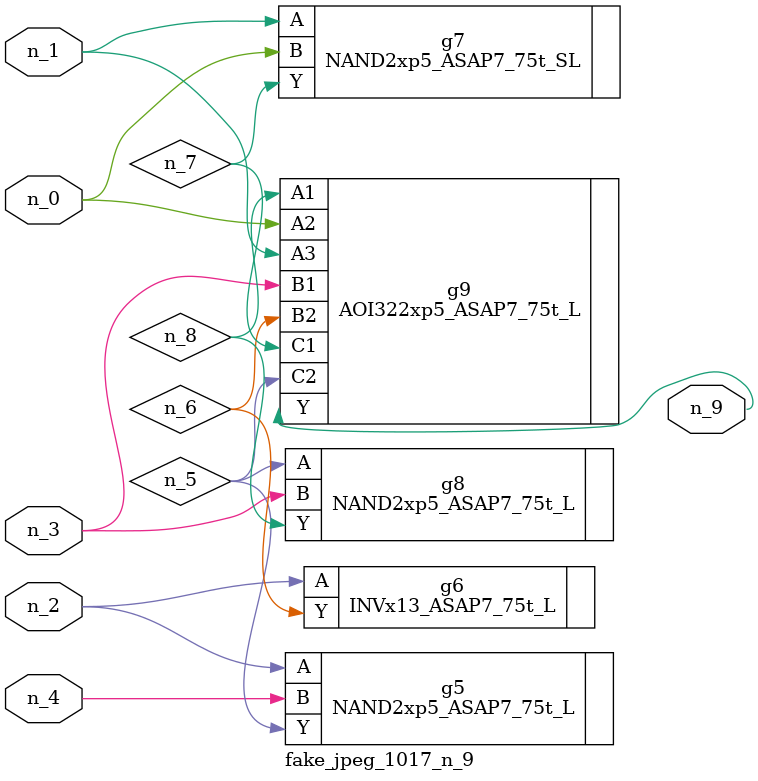
<source format=v>
module fake_jpeg_1017_n_9 (n_3, n_2, n_1, n_0, n_4, n_9);

input n_3;
input n_2;
input n_1;
input n_0;
input n_4;

output n_9;

wire n_8;
wire n_6;
wire n_5;
wire n_7;

NAND2xp5_ASAP7_75t_L g5 ( 
.A(n_2),
.B(n_4),
.Y(n_5)
);

INVx13_ASAP7_75t_L g6 ( 
.A(n_2),
.Y(n_6)
);

NAND2xp5_ASAP7_75t_SL g7 ( 
.A(n_1),
.B(n_0),
.Y(n_7)
);

NAND2xp5_ASAP7_75t_L g8 ( 
.A(n_5),
.B(n_3),
.Y(n_8)
);

AOI322xp5_ASAP7_75t_L g9 ( 
.A1(n_8),
.A2(n_0),
.A3(n_1),
.B1(n_3),
.B2(n_6),
.C1(n_7),
.C2(n_5),
.Y(n_9)
);


endmodule
</source>
